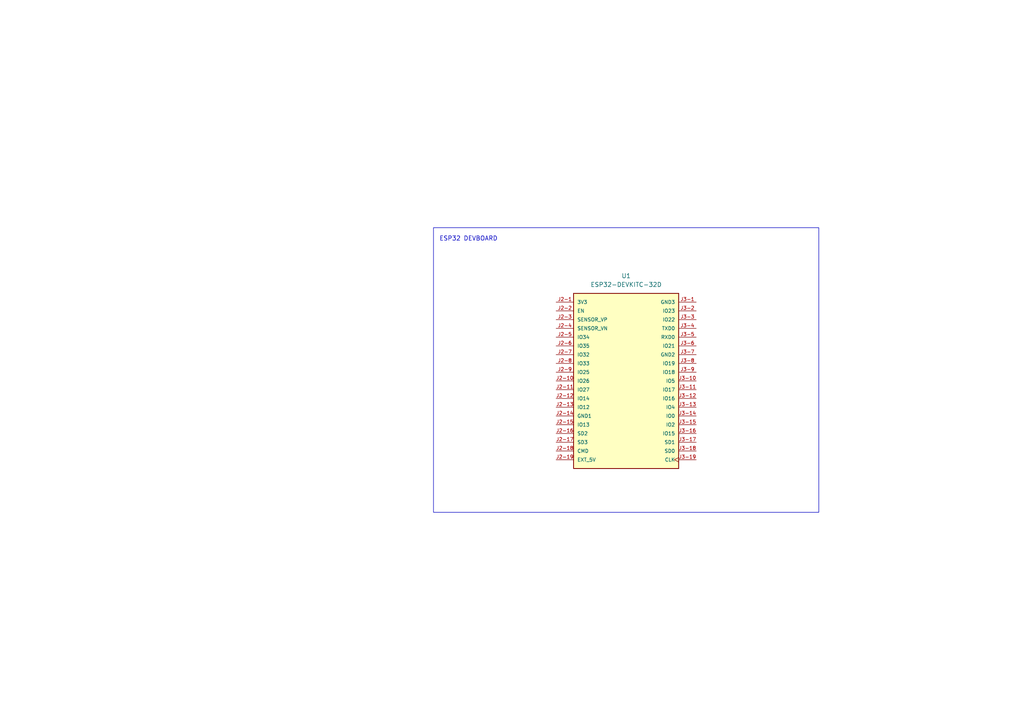
<source format=kicad_sch>
(kicad_sch (version 20231120) (generator "eeschema") (generator_version "8.0")
  (paper "A4")
  (lib_symbols
    (symbol "ESP32-DEVKITC-32D:ESP32-DEVKITC-32D" (pin_names (offset 1.016))
      (property "Reference" "U" (at -15.2572 26.0643 0))
      (property "Value" "ESP32-DEVKITC-32D" (at -15.2563 -27.9698 0))
      (symbol "ESP32-DEVKITC-32D_0_0"
        (rectangle (start -15.24 -25.4) (end 15.24 25.4) (stroke (width 0.254)) (fill (type background)))
        (pin power_in line (at -20.32 22.86 0) (length 5.08) (name "3V3") (number "J2-1"))
        (pin bidirectional line (at -20.32 0 0) (length 5.08) (name "IO26") (number "J2-10"))
        (pin bidirectional line (at -20.32 -2.54 0) (length 5.08) (name "IO27") (number "J2-11"))
        (pin bidirectional line (at -20.32 -5.08 0) (length 5.08) (name "IO14") (number "J2-12"))
        (pin bidirectional line (at -20.32 -7.62 0) (length 5.08) (name "IO12") (number "J2-13"))
        (pin power_in line (at -20.32 -10.16 0) (length 5.08) (name "GND1") (number "J2-14"))
        (pin bidirectional line (at -20.32 -12.7 0) (length 5.08) (name "IO13") (number "J2-15"))
        (pin bidirectional line (at -20.32 -15.24 0) (length 5.08) (name "SD2") (number "J2-16"))
        (pin bidirectional line (at -20.32 -17.78 0) (length 5.08) (name "SD3") (number "J2-17"))
        (pin bidirectional line (at -20.32 -20.32 0) (length 5.08) (name "CMD") (number "J2-18"))
        (pin power_in line (at -20.32 -22.86 0) (length 5.08) (name "EXT_5V") (number "J2-19"))
        (pin input line (at -20.32 20.32 0) (length 5.08) (name "EN") (number "J2-2"))
        (pin input line (at -20.32 17.78 0) (length 5.08) (name "SENSOR_VP") (number "J2-3"))
        (pin input line (at -20.32 15.24 0) (length 5.08) (name "SENSOR_VN") (number "J2-4"))
        (pin bidirectional line (at -20.32 12.7 0) (length 5.08) (name "IO34") (number "J2-5"))
        (pin bidirectional line (at -20.32 10.16 0) (length 5.08) (name "IO35") (number "J2-6"))
        (pin bidirectional line (at -20.32 7.62 0) (length 5.08) (name "IO32") (number "J2-7"))
        (pin bidirectional line (at -20.32 5.08 0) (length 5.08) (name "IO33") (number "J2-8"))
        (pin bidirectional line (at -20.32 2.54 0) (length 5.08) (name "IO25") (number "J2-9"))
        (pin power_in line (at 20.32 22.86 180) (length 5.08) (name "GND3") (number "J3-1"))
        (pin bidirectional line (at 20.32 0 180) (length 5.08) (name "IO5") (number "J3-10"))
        (pin bidirectional line (at 20.32 -2.54 180) (length 5.08) (name "IO17") (number "J3-11"))
        (pin bidirectional line (at 20.32 -5.08 180) (length 5.08) (name "IO16") (number "J3-12"))
        (pin bidirectional line (at 20.32 -7.62 180) (length 5.08) (name "IO4") (number "J3-13"))
        (pin bidirectional line (at 20.32 -10.16 180) (length 5.08) (name "IO0") (number "J3-14"))
        (pin bidirectional line (at 20.32 -12.7 180) (length 5.08) (name "IO2") (number "J3-15"))
        (pin bidirectional line (at 20.32 -15.24 180) (length 5.08) (name "IO15") (number "J3-16"))
        (pin bidirectional line (at 20.32 -17.78 180) (length 5.08) (name "SD1") (number "J3-17"))
        (pin bidirectional line (at 20.32 -20.32 180) (length 5.08) (name "SD0") (number "J3-18"))
        (pin input clock (at 20.32 -22.86 180) (length 5.08) (name "CLK") (number "J3-19"))
        (pin bidirectional line (at 20.32 20.32 180) (length 5.08) (name "IO23") (number "J3-2"))
        (pin bidirectional line (at 20.32 17.78 180) (length 5.08) (name "IO22") (number "J3-3"))
        (pin output line (at 20.32 15.24 180) (length 5.08) (name "TXD0") (number "J3-4"))
        (pin input line (at 20.32 12.7 180) (length 5.08) (name "RXD0") (number "J3-5"))
        (pin bidirectional line (at 20.32 10.16 180) (length 5.08) (name "IO21") (number "J3-6"))
        (pin power_in line (at 20.32 7.62 180) (length 5.08) (name "GND2") (number "J3-7"))
        (pin bidirectional line (at 20.32 5.08 180) (length 5.08) (name "IO19") (number "J3-8"))
        (pin bidirectional line (at 20.32 2.54 180) (length 5.08) (name "IO18") (number "J3-9"))
      )
    )
  )
  (rectangle (start 125.73 66.04) (end 237.49 148.59))
  (text "ESP32 DEVBOARD" (at 135.89 69.342 0) (effects (font (size 1.27 1.27))))
  (symbol (lib_id "ESP32-DEVKITC-32D:ESP32-DEVKITC-32D") (at 181.61 110.49 0) (unit 1)
    (property "Reference" "U1" (at 181.61 80.01 0))
    (property "Value" "ESP32-DEVKITC-32D" (at 181.61 82.55 0))
    (property "Footprint" "ESP32-DEVKITC-32D:MODULE_ESP32-DEVKITC-32D" (effects (hide yes)))
    (property "MF" "Espressif Systems" (effects (hide yes)))
    (property "MAXIMUM_PACKAGE_HEIGHT" "N/A" (effects (hide yes)))
    (property "Package" "None" (effects (hide yes)))
    (property "Price" "None" (effects (hide yes)))
    (property "Check_prices" "https://www.snapeda.com/parts/ESP32-DEVKITC-32D/Espressif+Systems/view-part/?ref=eda" (effects (hide yes)))
    (property "STANDARD" "Manufacturer Recommendations" (effects (hide yes)))
    (property "PARTREV" "V4" (effects (hide yes)))
    (property "SnapEDA_Link" "https://www.snapeda.com/parts/ESP32-DEVKITC-32D/Espressif+Systems/view-part/?ref=snap" (effects (hide yes)))
    (property "MP" "ESP32-DEVKITC-32D" (effects (hide yes)))
    (property "Description_1" "\nWiFi Development Tools (802.11) ESP32 General Development Kit, ESP32-WROOM-32D on the board\n" (effects (hide yes)))
    (property "MANUFACTURER" "Espressif Systems" (effects (hide yes)))
    (property "Availability" "In Stock" (effects (hide yes)))
    (property "SNAPEDA_PN" "ESP32-DEVKITC-32D" (effects (hide yes)))
  )
)
</source>
